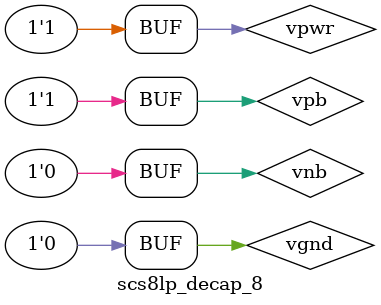
<source format=v>
`celldefine
`timescale 1ns / 1ps

module scs8lp_decap_8  (

`ifdef SC_USE_PG_PIN
input vpwr,
input vgnd,
input vpb,
input vnb
`endif

);

`ifdef functional
`else
`ifdef SC_USE_PG_PIN
`else
supply1 vpwr;
supply0 vgnd;
supply1 vpb;
supply0 vnb;
`endif
`endif

endmodule
`endcelldefine

</source>
